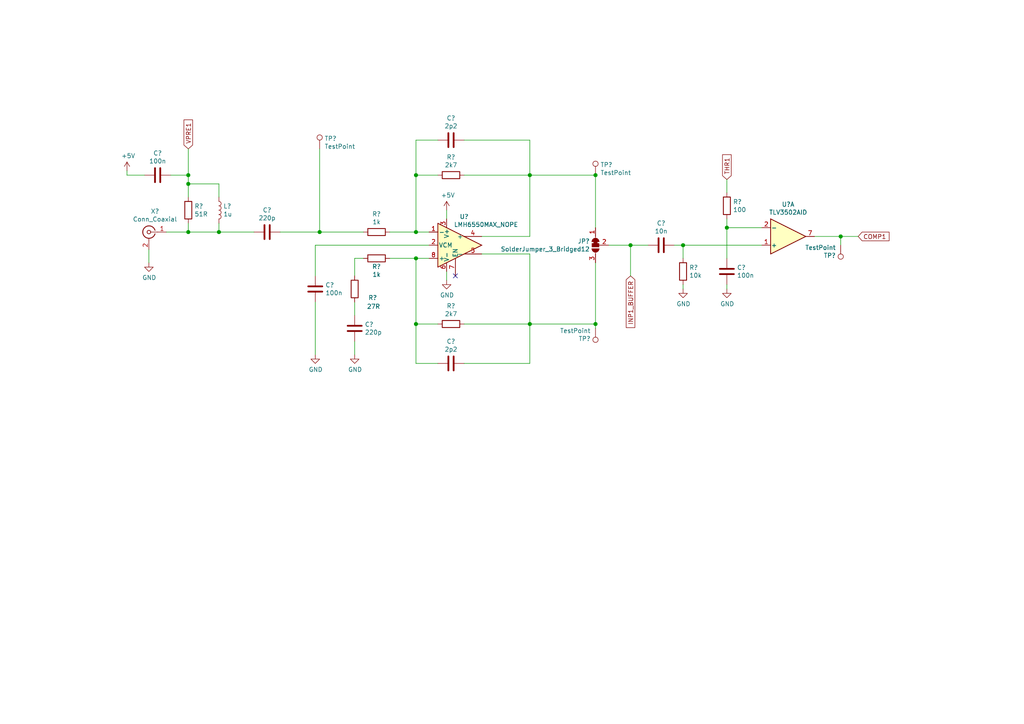
<source format=kicad_sch>
(kicad_sch (version 20210406) (generator eeschema)
  (paper "A4")
  (lib_symbols
    (symbol "Connector:Conn_Coaxial" (pin_names (offset 1.016) hide)
      (property "Reference" "J" (at 0.254 3.048 0))
      (property "Value" "Conn_Coaxial" (at 2.921 0 90))
      (symbol "Conn_Coaxial_0_1"
        (arc (start -1.778 0.508) (end 1.778 0) (radius (at -0.0508 0) (length 1.8034) (angles 163.6 0)) (stroke (width 0.254)))
        (arc (start 1.778 0) (end -1.778 -0.508) (radius (at -0.0254 0) (length 1.8034) (angles 0 -163.8)) (stroke (width 0.254)))
        (circle (center 0 0) (radius 0.508) (stroke (width 0.2032)))
        (polyline (pts (xy -2.54 0) (xy -0.508 0)))
        (polyline (pts (xy 0 -2.54) (xy 0 -1.778)))
      )
      (symbol "Conn_Coaxial_1_1"
        (pin passive line (at -5.08 0 0) (length 2.54) (name "In") (number "1"))
        (pin passive line (at 0 -5.08 90) (length 2.54) (name "Ext") (number "2"))
      )
    )
    (symbol "Connector:TestPoint" (pin_numbers hide) (pin_names (offset 0.762) hide)
      (property "Reference" "TP" (at 0 6.858 0))
      (property "Value" "TestPoint" (at 0 5.08 0))
      (symbol "TestPoint_0_1"
        (circle (center 0 3.302) (radius 0.762))
      )
      (symbol "TestPoint_1_1"
        (pin passive line (at 0 0 90) (length 2.54) (name "1") (number "1"))
      )
    )
    (symbol "Device:C" (pin_numbers hide) (pin_names (offset 0.254))
      (property "Reference" "C" (at 0.635 2.54 0))
      (property "Value" "C" (at 0.635 -2.54 0))
      (symbol "C_0_1"
        (polyline (pts (xy -2.032 -0.762) (xy 2.032 -0.762)) (stroke (width 0.508)))
        (polyline (pts (xy -2.032 0.762) (xy 2.032 0.762)) (stroke (width 0.508)))
      )
      (symbol "C_1_1"
        (pin passive line (at 0 3.81 270) (length 2.794) (name "~") (number "1"))
        (pin passive line (at 0 -3.81 90) (length 2.794) (name "~") (number "2"))
      )
    )
    (symbol "Device:L" (pin_numbers hide) (pin_names (offset 1.016) hide)
      (property "Reference" "L" (at -1.27 0 90))
      (property "Value" "L" (at 1.905 0 90))
      (symbol "L_0_1"
        (arc (start 0 -2.54) (end 0 -1.27) (radius (at 0 -1.905) (length 0.635) (angles -89.9 89.9)))
        (arc (start 0 -1.27) (end 0 0) (radius (at 0 -0.635) (length 0.635) (angles -89.9 89.9)))
        (arc (start 0 0) (end 0 1.27) (radius (at 0 0.635) (length 0.635) (angles -89.9 89.9)))
        (arc (start 0 1.27) (end 0 2.54) (radius (at 0 1.905) (length 0.635) (angles -89.9 89.9)))
      )
      (symbol "L_1_1"
        (pin passive line (at 0 3.81 270) (length 1.27) (name "1") (number "1"))
        (pin passive line (at 0 -3.81 90) (length 1.27) (name "2") (number "2"))
      )
    )
    (symbol "Device:R" (pin_numbers hide) (pin_names (offset 0))
      (property "Reference" "R" (at 2.032 0 90))
      (property "Value" "R" (at 0 0 90))
      (symbol "R_0_1"
        (rectangle (start -1.016 -2.54) (end 1.016 2.54) (stroke (width 0.254)))
      )
      (symbol "R_1_1"
        (pin passive line (at 0 3.81 270) (length 1.27) (name "~") (number "1"))
        (pin passive line (at 0 -3.81 90) (length 1.27) (name "~") (number "2"))
      )
    )
    (symbol "Jumper:SolderJumper_3_Bridged12" (pin_names (offset 0) hide)
      (property "Reference" "JP" (at -2.54 -2.54 0))
      (property "Value" "SolderJumper_3_Bridged12" (at 0 2.794 0))
      (symbol "SolderJumper_3_Bridged12_0_1"
        (arc (start -1.016 1.016) (end -1.016 -1.016) (radius (at -1.016 0) (length 1.016) (angles 90.1 -90.1)))
        (arc (start 1.016 -1.016) (end 1.016 1.016) (radius (at 1.016 0) (length 1.016) (angles -89.9 89.9)))
        (arc (start -1.016 1.016) (end -1.016 -1.016) (radius (at -1.016 0) (length 1.016) (angles 90.1 -90.1)) (fill (type outline)))
        (arc (start 1.016 -1.016) (end 1.016 1.016) (radius (at 1.016 0) (length 1.016) (angles -89.9 89.9)) (fill (type outline)))
        (rectangle (start -1.016 0.508) (end -0.508 -0.508) (fill (type outline)))
        (rectangle (start -0.508 1.016) (end 0.508 -1.016) (fill (type outline)))
        (polyline (pts (xy -2.54 0) (xy -2.032 0)))
        (polyline (pts (xy -1.016 1.016) (xy -1.016 -1.016)))
        (polyline (pts (xy 0 -1.27) (xy 0 -1.016)))
        (polyline (pts (xy 1.016 1.016) (xy 1.016 -1.016)))
        (polyline (pts (xy 2.54 0) (xy 2.032 0)))
      )
      (symbol "SolderJumper_3_Bridged12_1_1"
        (pin passive line (at -5.08 0 0) (length 2.54) (name "A") (number "1"))
        (pin input line (at 0 -3.81 90) (length 2.54) (name "C") (number "2"))
        (pin passive line (at 5.08 0 180) (length 2.54) (name "B") (number "3"))
      )
    )
    (symbol "muonpi-kicad-library:LMH6550MAX_NOPE" (pin_names (offset 0.254))
      (property "Reference" "U" (at 3.81 6.35 0))
      (property "Value" "LMH6550MAX_NOPE" (at 3.81 -5.08 0))
      (symbol "LMH6550MAX_NOPE_0_1"
        (circle (center 2.54 2.54) (radius 0))
        (polyline (pts (xy 7.62 0) (xy -5.08 6.35) (xy -5.08 -6.35) (xy 7.62 0)) (stroke (width 0.254)) (fill (type background)))
      )
      (symbol "LMH6550MAX_NOPE_1_1"
        (pin input line (at -7.62 3.81 0) (length 2.54) (name "-") (number "1"))
        (pin input line (at -7.62 0 0) (length 2.54) (name "VCM") (number "2"))
        (pin power_in line (at -2.54 7.62 270) (length 2.54) (name "V+") (number "3"))
        (pin output line (at 7.62 2.54 180) (length 5.08) (name "+") (number "4"))
        (pin output line (at 7.62 -2.54 180) (length 5.08) (name "-") (number "5"))
        (pin power_in line (at -2.54 -7.62 90) (length 2.54) (name "V-") (number "6"))
        (pin input line (at 0 -8.89 90) (length 5.08) (name "EN") (number "7"))
        (pin no_connect line (at 5.08 0 180) (length 2.54) hide (name "NC") (number "7"))
        (pin input line (at -7.62 -3.81 0) (length 2.54) (name "+") (number "8"))
      )
    )
    (symbol "muonpi-kicad-library:TLV3502AID" (pin_names (offset 0.127))
      (property "Reference" "U" (at 0 5.08 0))
      (property "Value" "TLV3502AID" (at 0 -5.08 0))
      (symbol "TLV3502AID_1_1"
        (polyline (pts (xy -5.08 5.08) (xy 5.08 0) (xy -5.08 -5.08) (xy -5.08 5.08)) (stroke (width 0.254)) (fill (type background)))
        (pin input line (at -7.62 -2.54 0) (length 2.54) (name "+") (number "1"))
        (pin input line (at -7.62 2.54 0) (length 2.54) (name "-") (number "2"))
        (pin output line (at 7.62 0 180) (length 2.54) (name "~") (number "7"))
      )
      (symbol "TLV3502AID_2_1"
        (polyline (pts (xy -5.08 5.08) (xy 5.08 0) (xy -5.08 -5.08) (xy -5.08 5.08)) (stroke (width 0.254)) (fill (type background)))
        (pin input line (at -7.62 -2.54 0) (length 2.54) (name "+") (number "3"))
        (pin input line (at -7.62 2.54 0) (length 2.54) (name "-") (number "4"))
        (pin output line (at 7.62 0 180) (length 2.54) (name "~") (number "6"))
      )
      (symbol "TLV3502AID_3_1"
        (pin power_in line (at -2.54 -7.62 90) (length 3.81) (name "V-") (number "5"))
        (pin power_in line (at -2.54 7.62 270) (length 3.81) (name "V+") (number "8"))
      )
    )
    (symbol "power:+5V" (power) (pin_names (offset 0))
      (property "Value" "+5V" (at 0 3.556 0))
      (symbol "+5V_0_1"
        (polyline (pts (xy -0.762 1.27) (xy 0 2.54)))
        (polyline (pts (xy 0 0) (xy 0 2.54)))
        (polyline (pts (xy 0 2.54) (xy 0.762 1.27)))
      )
      (symbol "+5V_1_1"
        (pin power_in line (at 0 0 90) (length 0) hide (name "+5V") (number "1"))
      )
    )
    (symbol "power:GND" (power) (pin_names (offset 0))
      (property "Value" "GND" (at 0 -3.81 0))
      (symbol "GND_0_1"
        (polyline (pts (xy 0 0) (xy 0 -1.27) (xy 1.27 -1.27) (xy 0 -2.54) (xy -1.27 -1.27) (xy 0 -1.27)))
      )
      (symbol "GND_1_1"
        (pin power_in line (at 0 0 270) (length 0) hide (name "GND") (number "1"))
      )
    )
  )
  (junction (at 54.61 50.8) (diameter 1.016))
  (junction (at 54.61 53.34) (diameter 1.016))
  (junction (at 54.61 67.31) (diameter 1.016))
  (junction (at 63.5 67.31) (diameter 1.016))
  (junction (at 92.71 67.31) (diameter 1.016))
  (junction (at 120.65 50.8) (diameter 1.016))
  (junction (at 120.65 67.31) (diameter 1.016))
  (junction (at 120.65 74.93) (diameter 1.016))
  (junction (at 120.65 93.98) (diameter 1.016))
  (junction (at 153.67 50.8) (diameter 1.016))
  (junction (at 153.67 93.98) (diameter 1.016))
  (junction (at 172.72 50.8) (diameter 1.016))
  (junction (at 172.72 93.98) (diameter 1.016))
  (junction (at 182.88 71.12) (diameter 1.016))
  (junction (at 198.12 71.12) (diameter 1.016))
  (junction (at 210.82 66.04) (diameter 1.016))
  (junction (at 243.84 68.58) (diameter 1.016))
  (no_connect (at 132.08 80.01))
  (wire (pts (xy 36.83 50.8) (xy 36.83 49.53)))
  (wire (pts (xy 41.91 50.8) (xy 36.83 50.8)))
  (wire (pts (xy 43.18 72.39) (xy 43.18 76.2)))
  (wire (pts (xy 48.26 67.31) (xy 54.61 67.31)))
  (wire (pts (xy 49.53 50.8) (xy 54.61 50.8)))
  (wire (pts (xy 54.61 43.18) (xy 54.61 50.8)))
  (wire (pts (xy 54.61 50.8) (xy 54.61 53.34)))
  (wire (pts (xy 54.61 53.34) (xy 63.5 53.34)))
  (wire (pts (xy 54.61 57.15) (xy 54.61 53.34)))
  (wire (pts (xy 54.61 64.77) (xy 54.61 67.31)))
  (wire (pts (xy 54.61 67.31) (xy 63.5 67.31)))
  (wire (pts (xy 63.5 53.34) (xy 63.5 57.15)))
  (wire (pts (xy 63.5 64.77) (xy 63.5 67.31)))
  (wire (pts (xy 63.5 67.31) (xy 73.66 67.31)))
  (wire (pts (xy 81.28 67.31) (xy 92.71 67.31)))
  (wire (pts (xy 91.44 71.12) (xy 91.44 80.01)))
  (wire (pts (xy 91.44 87.63) (xy 91.44 102.87)))
  (wire (pts (xy 92.71 43.18) (xy 92.71 67.31)))
  (wire (pts (xy 92.71 67.31) (xy 105.41 67.31)))
  (wire (pts (xy 102.87 74.93) (xy 105.41 74.93)))
  (wire (pts (xy 102.87 80.01) (xy 102.87 74.93)))
  (wire (pts (xy 102.87 87.63) (xy 102.87 91.44)))
  (wire (pts (xy 102.87 99.06) (xy 102.87 102.87)))
  (wire (pts (xy 113.03 67.31) (xy 120.65 67.31)))
  (wire (pts (xy 113.03 74.93) (xy 120.65 74.93)))
  (wire (pts (xy 120.65 40.64) (xy 120.65 50.8)))
  (wire (pts (xy 120.65 50.8) (xy 120.65 67.31)))
  (wire (pts (xy 120.65 50.8) (xy 127 50.8)))
  (wire (pts (xy 120.65 67.31) (xy 124.46 67.31)))
  (wire (pts (xy 120.65 74.93) (xy 124.46 74.93)))
  (wire (pts (xy 120.65 93.98) (xy 120.65 74.93)))
  (wire (pts (xy 120.65 105.41) (xy 120.65 93.98)))
  (wire (pts (xy 124.46 71.12) (xy 91.44 71.12)))
  (wire (pts (xy 127 40.64) (xy 120.65 40.64)))
  (wire (pts (xy 127 93.98) (xy 120.65 93.98)))
  (wire (pts (xy 127 105.41) (xy 120.65 105.41)))
  (wire (pts (xy 129.54 60.96) (xy 129.54 63.5)))
  (wire (pts (xy 129.54 78.74) (xy 129.54 81.28)))
  (wire (pts (xy 134.62 40.64) (xy 153.67 40.64)))
  (wire (pts (xy 134.62 50.8) (xy 153.67 50.8)))
  (wire (pts (xy 134.62 93.98) (xy 153.67 93.98)))
  (wire (pts (xy 134.62 105.41) (xy 153.67 105.41)))
  (wire (pts (xy 139.7 68.58) (xy 153.67 68.58)))
  (wire (pts (xy 139.7 73.66) (xy 153.67 73.66)))
  (wire (pts (xy 153.67 40.64) (xy 153.67 50.8)))
  (wire (pts (xy 153.67 50.8) (xy 153.67 68.58)))
  (wire (pts (xy 153.67 73.66) (xy 153.67 93.98)))
  (wire (pts (xy 153.67 93.98) (xy 153.67 105.41)))
  (wire (pts (xy 172.72 50.8) (xy 153.67 50.8)))
  (wire (pts (xy 172.72 66.04) (xy 172.72 50.8)))
  (wire (pts (xy 172.72 76.2) (xy 172.72 93.98)))
  (wire (pts (xy 172.72 93.98) (xy 153.67 93.98)))
  (wire (pts (xy 172.72 93.98) (xy 172.72 95.25)))
  (wire (pts (xy 176.53 71.12) (xy 182.88 71.12)))
  (wire (pts (xy 182.88 71.12) (xy 182.88 80.01)))
  (wire (pts (xy 182.88 71.12) (xy 187.96 71.12)))
  (wire (pts (xy 195.58 71.12) (xy 198.12 71.12)))
  (wire (pts (xy 198.12 71.12) (xy 220.98 71.12)))
  (wire (pts (xy 198.12 74.93) (xy 198.12 71.12)))
  (wire (pts (xy 198.12 82.55) (xy 198.12 83.82)))
  (wire (pts (xy 210.82 52.07) (xy 210.82 55.88)))
  (wire (pts (xy 210.82 63.5) (xy 210.82 66.04)))
  (wire (pts (xy 210.82 66.04) (xy 210.82 74.93)))
  (wire (pts (xy 210.82 66.04) (xy 220.98 66.04)))
  (wire (pts (xy 210.82 82.55) (xy 210.82 83.82)))
  (wire (pts (xy 236.22 68.58) (xy 243.84 68.58)))
  (wire (pts (xy 243.84 68.58) (xy 243.84 71.12)))
  (wire (pts (xy 243.84 68.58) (xy 248.92 68.58)))
  (global_label "VPRE1" (shape input) (at 54.61 43.18 90) (property "Intersheet References" "${INTERSHEET_REFS}" (effects hide)))
  (global_label "INP1_BUFFER" (shape input) (at 182.88 80.01 270) (property "Intersheet References" "${INTERSHEET_REFS}" (effects hide)))
  (global_label "THR1" (shape input) (at 210.82 52.07 90) (property "Intersheet References" "${INTERSHEET_REFS}" (effects hide)))
  (global_label "COMP1" (shape input) (at 248.92 68.58 0) (property "Intersheet References" "${INTERSHEET_REFS}" (effects hide)))
  (symbol (lib_id "power:+5V") (at 36.83 49.53 0) (unit 1)
    (property "Reference" "#PWR?" (effects hide))
    (property "Value" "+5V" (at 37.1983 45.2056 0))
  )
  (symbol (lib_id "power:+5V") (at 129.54 60.96 0) (unit 1)
    (property "Reference" "#PWR?" (effects hide))
    (property "Value" "+5V" (at 129.9083 56.6356 0))
  )
  (symbol (lib_id "Connector:TestPoint") (at 92.71 43.18 0) (unit 1)
    (property "Reference" "TP?" (at 94.107 40.1828 0) (effects (justify left)))
    (property "Value" "TestPoint" (at 94.1071 42.4878 0) (effects (justify left)))
  )
  (symbol (lib_id "Connector:TestPoint") (at 172.72 50.8 0) (unit 1)
    (property "Reference" "TP?" (at 174.117 47.8028 0) (effects (justify left)))
    (property "Value" "TestPoint" (at 174.1171 50.1078 0) (effects (justify left)))
  )
  (symbol (lib_id "Connector:TestPoint") (at 172.72 95.25 180) (unit 1)
    (property "Reference" "TP?" (at 171.323 98.2472 0) (effects (justify left)))
    (property "Value" "TestPoint" (at 171.3229 95.9422 0) (effects (justify left)))
  )
  (symbol (lib_id "Connector:TestPoint") (at 243.84 71.12 180) (unit 1)
    (property "Reference" "TP?" (at 242.443 74.1172 0) (effects (justify left)))
    (property "Value" "TestPoint" (at 242.4429 71.8122 0) (effects (justify left)))
  )
  (symbol (lib_id "power:GND") (at 43.18 76.2 0) (unit 1)
    (property "Reference" "#PWR?" (effects hide))
    (property "Value" "GND" (at 43.2943 80.5244 0))
  )
  (symbol (lib_id "power:GND") (at 91.44 102.87 0) (unit 1)
    (property "Reference" "#PWR?" (effects hide))
    (property "Value" "GND" (at 91.5543 107.1944 0))
  )
  (symbol (lib_id "power:GND") (at 102.87 102.87 0) (unit 1)
    (property "Reference" "#PWR?" (effects hide))
    (property "Value" "GND" (at 102.9843 107.1944 0))
  )
  (symbol (lib_id "power:GND") (at 129.54 81.28 0) (unit 1)
    (property "Reference" "#PWR?" (effects hide))
    (property "Value" "GND" (at 129.6543 85.6044 0))
  )
  (symbol (lib_id "power:GND") (at 198.12 83.82 0) (unit 1)
    (property "Reference" "#PWR?" (effects hide))
    (property "Value" "GND" (at 198.2343 88.1444 0))
  )
  (symbol (lib_id "power:GND") (at 210.82 83.82 0) (unit 1)
    (property "Reference" "#PWR?" (effects hide))
    (property "Value" "GND" (at 210.9343 88.1444 0))
  )
  (symbol (lib_id "Device:L") (at 63.5 60.96 0) (unit 1)
    (property "Reference" "L?" (at 64.7701 59.8106 0) (effects (justify left)))
    (property "Value" "1u" (at 64.7701 62.1093 0) (effects (justify left)))
  )
  (symbol (lib_id "Device:R") (at 54.61 60.96 0) (unit 1)
    (property "Reference" "R?" (at 56.3881 59.8106 0) (effects (justify left)))
    (property "Value" "51R" (at 56.3881 62.1093 0) (effects (justify left)))
  )
  (symbol (lib_id "Device:R") (at 102.87 83.82 0) (unit 1)
    (property "Reference" "R?" (at 108.1024 86.36 0))
    (property "Value" "27R" (at 108.331 88.9 0))
  )
  (symbol (lib_id "Device:R") (at 109.22 67.31 90) (unit 1)
    (property "Reference" "R?" (at 109.22 62.0838 90))
    (property "Value" "1k" (at 109.22 64.3825 90))
  )
  (symbol (lib_id "Device:R") (at 109.22 74.93 90) (unit 1)
    (property "Reference" "R?" (at 109.22 77.3176 90))
    (property "Value" "1k" (at 109.22 79.6225 90))
  )
  (symbol (lib_id "Device:R") (at 130.81 50.8 90) (unit 1)
    (property "Reference" "R?" (at 130.81 45.5738 90))
    (property "Value" "2k7" (at 130.81 47.8725 90))
  )
  (symbol (lib_id "Device:R") (at 130.81 93.98 90) (unit 1)
    (property "Reference" "R?" (at 130.81 88.7476 90))
    (property "Value" "2k7" (at 130.81 91.0525 90))
  )
  (symbol (lib_id "Device:R") (at 198.12 78.74 0) (unit 1)
    (property "Reference" "R?" (at 199.898 77.597 0) (effects (justify left)))
    (property "Value" "10k" (at 199.898 79.883 0) (effects (justify left)))
  )
  (symbol (lib_id "Device:R") (at 210.82 59.69 0) (unit 1)
    (property "Reference" "R?" (at 212.5981 58.5406 0) (effects (justify left)))
    (property "Value" "100" (at 212.5981 60.8393 0) (effects (justify left)))
  )
  (symbol (lib_id "Device:C") (at 45.72 50.8 90) (unit 1)
    (property "Reference" "C?" (at 45.72 44.4246 90))
    (property "Value" "100n" (at 45.72 46.736 90))
  )
  (symbol (lib_id "Device:C") (at 77.47 67.31 90) (unit 1)
    (property "Reference" "C?" (at 77.47 60.9408 90))
    (property "Value" "220p" (at 77.47 63.2395 90))
  )
  (symbol (lib_id "Device:C") (at 91.44 83.82 0) (unit 1)
    (property "Reference" "C?" (at 94.361 82.677 0) (effects (justify left)))
    (property "Value" "100n" (at 94.361 84.963 0) (effects (justify left)))
  )
  (symbol (lib_id "Device:C") (at 102.87 95.25 0) (unit 1)
    (property "Reference" "C?" (at 105.791 94.107 0) (effects (justify left)))
    (property "Value" "220p" (at 105.791 96.393 0) (effects (justify left)))
  )
  (symbol (lib_id "Device:C") (at 130.81 40.64 90) (unit 1)
    (property "Reference" "C?" (at 130.81 34.2708 90))
    (property "Value" "2p2" (at 130.81 36.5695 90))
  )
  (symbol (lib_id "Device:C") (at 130.81 105.41 90) (unit 1)
    (property "Reference" "C?" (at 130.81 99.0346 90))
    (property "Value" "2p2" (at 130.81 101.3395 90))
  )
  (symbol (lib_id "Device:C") (at 191.77 71.12 90) (unit 1)
    (property "Reference" "C?" (at 191.77 64.7446 90))
    (property "Value" "10n" (at 191.77 67.056 90))
  )
  (symbol (lib_id "Device:C") (at 210.82 78.74 0) (unit 1)
    (property "Reference" "C?" (at 213.741 77.597 0) (effects (justify left)))
    (property "Value" "100n" (at 213.741 79.883 0) (effects (justify left)))
  )
  (symbol (lib_id "Connector:Conn_Coaxial") (at 43.18 67.31 0) (mirror y) (unit 1)
    (property "Reference" "X?" (at 44.958 61.2902 0))
    (property "Value" "Conn_Coaxial" (at 44.958 63.5951 0))
    (property "Datasheet" " ~" (effects hide))
  )
  (symbol (lib_id "Jumper:SolderJumper_3_Bridged12") (at 172.72 71.12 90) (mirror x) (unit 1)
    (property "Reference" "JP?" (at 171.069 69.9706 90) (effects (justify left)))
    (property "Value" "SolderJumper_3_Bridged12" (at 171.069 72.2693 90) (effects (justify left)))
  )
  (symbol (lib_id "muonpi-kicad-library:TLV3502AID") (at 228.6 68.58 0) (unit 1)
    (property "Reference" "U?" (at 228.6 59.2836 0))
    (property "Value" "TLV3502AID" (at 228.6 61.5885 0))
  )
  (symbol (lib_id "muonpi-kicad-library:LMH6550MAX_NOPE") (at 132.08 71.12 0) (unit 1)
    (property "Reference" "U?" (at 134.62 62.8396 0))
    (property "Value" "LMH6550MAX_NOPE" (at 140.97 65.1445 0))
    (property "Footprint" "muonpi-kicad-library:SOIC-8_3.9x4.9mm_P1.27mm" (effects hide))
  )
)
</source>
